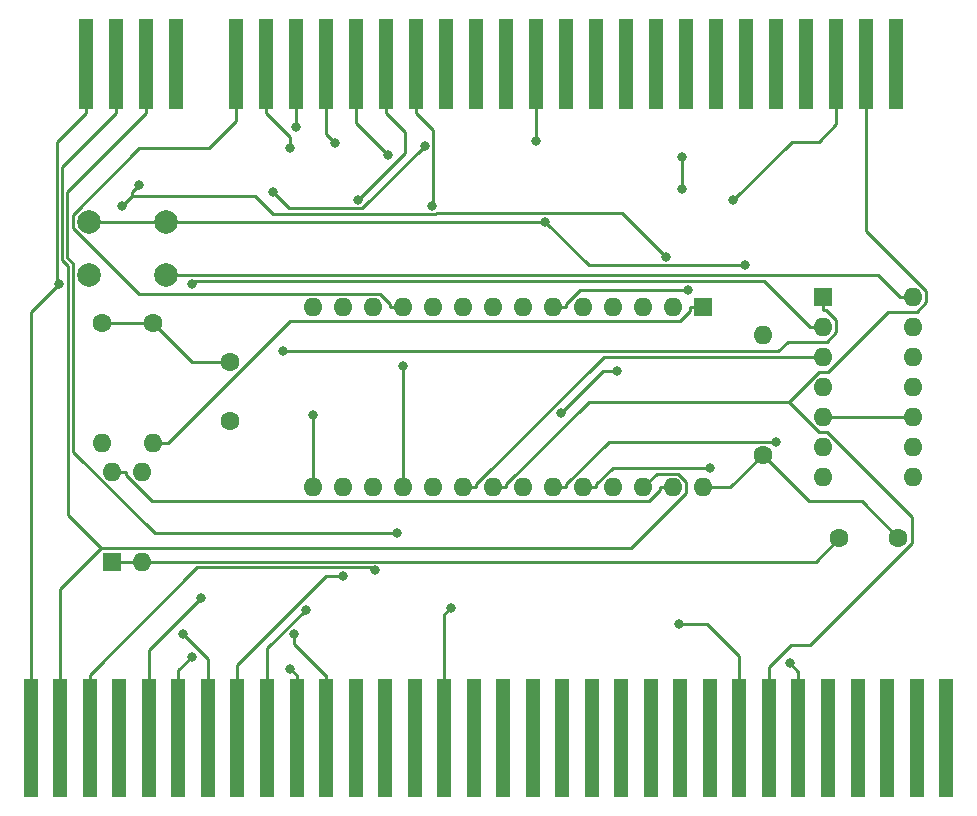
<source format=gbr>
%TF.GenerationSoftware,KiCad,Pcbnew,(6.0.10)*%
%TF.CreationDate,2023-03-31T21:51:54+03:00*%
%TF.ProjectId,zxcart,7a786361-7274-42e6-9b69-6361645f7063,rev?*%
%TF.SameCoordinates,Original*%
%TF.FileFunction,Copper,L1,Top*%
%TF.FilePolarity,Positive*%
%FSLAX46Y46*%
G04 Gerber Fmt 4.6, Leading zero omitted, Abs format (unit mm)*
G04 Created by KiCad (PCBNEW (6.0.10)) date 2023-03-31 21:51:54*
%MOMM*%
%LPD*%
G01*
G04 APERTURE LIST*
%TA.AperFunction,ComponentPad*%
%ADD10R,1.600000X1.600000*%
%TD*%
%TA.AperFunction,ComponentPad*%
%ADD11O,1.600000X1.600000*%
%TD*%
%TA.AperFunction,SMDPad,CuDef*%
%ADD12R,1.270000X10.000000*%
%TD*%
%TA.AperFunction,ComponentPad*%
%ADD13C,1.600000*%
%TD*%
%TA.AperFunction,ComponentPad*%
%ADD14C,2.000000*%
%TD*%
%TA.AperFunction,SMDPad,CuDef*%
%ADD15R,1.270000X7.620000*%
%TD*%
%TA.AperFunction,ViaPad*%
%ADD16C,0.800000*%
%TD*%
%TA.AperFunction,Conductor*%
%ADD17C,0.250000*%
%TD*%
G04 APERTURE END LIST*
D10*
%TO.P,U1,1,1A*%
%TO.N,A14*%
X159400000Y-69675000D03*
D11*
%TO.P,U1,2,1B*%
%TO.N,A15*%
X159400000Y-72215000D03*
%TO.P,U1,3,1Y*%
%TO.N,Net-(U1-Pad3)*%
X159400000Y-74755000D03*
%TO.P,U1,4,2A*%
%TO.N,Net-(R1-Pad2)*%
X159400000Y-77295000D03*
%TO.P,U1,5,2B*%
X159400000Y-79835000D03*
%TO.P,U1,6,2Y*%
%TO.N,unconnected-(U1-Pad6)*%
X159400000Y-82375000D03*
%TO.P,U1,7,GND*%
%TO.N,GND*%
X159400000Y-84915000D03*
%TO.P,U1,8,3Y*%
%TO.N,unconnected-(U1-Pad8)*%
X167020000Y-84915000D03*
%TO.P,U1,9,3A*%
%TO.N,Net-(R1-Pad2)*%
X167020000Y-82375000D03*
%TO.P,U1,10,3B*%
X167020000Y-79835000D03*
%TO.P,U1,11,4Y*%
%TO.N,unconnected-(U1-Pad11)*%
X167020000Y-77295000D03*
%TO.P,U1,12,4A*%
%TO.N,Net-(R1-Pad2)*%
X167020000Y-74755000D03*
%TO.P,U1,13,4B*%
X167020000Y-72215000D03*
%TO.P,U1,14,VCC*%
%TO.N,+5V*%
X167020000Y-69675000D03*
%TD*%
D10*
%TO.P,SW1,1*%
%TO.N,GND*%
X99250000Y-92100000D03*
D11*
%TO.P,SW1,2*%
X101790000Y-92100000D03*
%TO.P,SW1,3*%
%TO.N,Net-(R3-Pad2)*%
X101790000Y-84480000D03*
%TO.P,SW1,4*%
%TO.N,Net-(R2-Pad2)*%
X99250000Y-84480000D03*
%TD*%
D12*
%TO.P,J1,1,A15*%
%TO.N,A15*%
X92335020Y-107000000D03*
%TO.P,J1,2,A13*%
%TO.N,A13*%
X94834990Y-107000000D03*
%TO.P,J1,3,D7*%
%TO.N,D7*%
X97335010Y-107000000D03*
%TO.P,J1,4*%
%TO.N,unconnected-(J1-Pad4)*%
X99834980Y-107000000D03*
%TO.P,J1,5,D0*%
%TO.N,D0*%
X102335000Y-107000000D03*
%TO.P,J1,6,D1*%
%TO.N,D1*%
X104835020Y-107000000D03*
%TO.P,J1,7,D2*%
%TO.N,D2*%
X107334990Y-107000000D03*
%TO.P,J1,8,D6*%
%TO.N,D6*%
X109835010Y-107000000D03*
%TO.P,J1,9,D5*%
%TO.N,D5*%
X112334980Y-107000000D03*
%TO.P,J1,10,D3*%
%TO.N,D3*%
X114835000Y-107000000D03*
%TO.P,J1,11,D4*%
%TO.N,D4*%
X117335020Y-107000000D03*
%TO.P,J1,12,\u041F\u0420*%
%TO.N,unconnected-(J1-Pad12)*%
X119834990Y-107000000D03*
%TO.P,J1,13,\u041D\u041F\u0420*%
%TO.N,unconnected-(J1-Pad13)*%
X122335010Y-107000000D03*
%TO.P,J1,14,\u0421\u0422\u041E\u041F*%
%TO.N,unconnected-(J1-Pad14)*%
X124834980Y-107000000D03*
%TO.P,J1,15,\u041E\u0417\u0423*%
%TO.N,MREQ*%
X127335000Y-107000000D03*
%TO.P,J1,16,\u0412\u0423*%
%TO.N,unconnected-(J1-Pad16)*%
X129835030Y-107000000D03*
%TO.P,J1,17,\u0427\u0422*%
%TO.N,unconnected-(J1-Pad17)*%
X132334990Y-107000000D03*
%TO.P,J1,18,\u0417\u041F*%
%TO.N,unconnected-(J1-Pad18)*%
X134835020Y-107000000D03*
%TO.P,J1,19,BD2*%
%TO.N,unconnected-(J1-Pad19)*%
X137334980Y-107000000D03*
%TO.P,J1,20,\u041E\u0416\u0418\u0414*%
%TO.N,unconnected-(J1-Pad20)*%
X139835010Y-107000000D03*
%TO.P,J1,21*%
%TO.N,unconnected-(J1-Pad21)*%
X142335030Y-107000000D03*
%TO.P,J1,22*%
%TO.N,unconnected-(J1-Pad22)*%
X144835000Y-107000000D03*
%TO.P,J1,23,\u041C1*%
%TO.N,unconnected-(J1-Pad23)*%
X147335020Y-107000000D03*
%TO.P,J1,24,\u0420\u0413\u041D*%
%TO.N,unconnected-(J1-Pad24)*%
X149834990Y-107000000D03*
%TO.P,J1,25,A8*%
%TO.N,A8*%
X152335010Y-107000000D03*
%TO.P,J1,26,A10*%
%TO.N,A10*%
X154835030Y-107000000D03*
%TO.P,J1,27,\u0421\u0411\u0420\u041E\u0421*%
%TO.N,RESET*%
X157335000Y-107000000D03*
%TO.P,J1,28*%
%TO.N,unconnected-(J1-Pad28)*%
X159835020Y-107000000D03*
%TO.P,J1,29*%
%TO.N,unconnected-(J1-Pad29)*%
X162334990Y-107000000D03*
%TO.P,J1,30,BD4*%
%TO.N,unconnected-(J1-Pad30)*%
X164835010Y-107000000D03*
%TO.P,J1,31,BD0*%
%TO.N,unconnected-(J1-Pad31)*%
X167335030Y-107000000D03*
%TO.P,J1,32,BD7*%
%TO.N,unconnected-(J1-Pad32)*%
X169835000Y-107000000D03*
%TD*%
D13*
%TO.P,C1,1*%
%TO.N,+5V*%
X165800000Y-90100000D03*
%TO.P,C1,2*%
%TO.N,GND*%
X160800000Y-90100000D03*
%TD*%
%TO.P,R1,1*%
%TO.N,+5V*%
X154300000Y-83080000D03*
D11*
%TO.P,R1,2*%
%TO.N,Net-(R1-Pad2)*%
X154300000Y-72920000D03*
%TD*%
D14*
%TO.P,SW2,1,1*%
%TO.N,RESET*%
X103750000Y-63350000D03*
X97250000Y-63350000D03*
%TO.P,SW2,2,2*%
%TO.N,+5V*%
X103750000Y-67850000D03*
X97250000Y-67850000D03*
%TD*%
D13*
%TO.P,C2,1*%
%TO.N,+5V*%
X109200000Y-75200000D03*
%TO.P,C2,2*%
%TO.N,GND*%
X109200000Y-80200000D03*
%TD*%
%TO.P,R2,1*%
%TO.N,+5V*%
X98350000Y-71900000D03*
D11*
%TO.P,R2,2*%
%TO.N,Net-(R2-Pad2)*%
X98350000Y-82060000D03*
%TD*%
D13*
%TO.P,R3,1*%
%TO.N,+5V*%
X102650000Y-71900000D03*
D11*
%TO.P,R3,2*%
%TO.N,Net-(R3-Pad2)*%
X102650000Y-82060000D03*
%TD*%
D15*
%TO.P,J2,1,A15*%
%TO.N,A15*%
X97010000Y-50000000D03*
%TO.P,J2,2,A13*%
%TO.N,A13*%
X99550000Y-50000000D03*
%TO.P,J2,3,D7*%
%TO.N,D7*%
X102090000Y-50000000D03*
%TO.P,J2,4,OE*%
%TO.N,unconnected-(J2-Pad4)*%
X104630000Y-50000000D03*
%TO.P,J2,6,D0*%
%TO.N,D0*%
X109710000Y-50000000D03*
%TO.P,J2,7,D1*%
%TO.N,D1*%
X112250000Y-50000000D03*
%TO.P,J2,8,D2*%
%TO.N,D2*%
X114790000Y-50000000D03*
%TO.P,J2,9,D6*%
%TO.N,D6*%
X117330000Y-50000000D03*
%TO.P,J2,10,D5*%
%TO.N,D5*%
X119870000Y-50000000D03*
%TO.P,J2,11,D3*%
%TO.N,D3*%
X122410000Y-50000000D03*
%TO.P,J2,12,D4*%
%TO.N,D4*%
X124950000Y-50000000D03*
%TO.P,J2,13,INT*%
%TO.N,unconnected-(J2-Pad13)*%
X127490000Y-50000000D03*
%TO.P,J2,14,NMI*%
%TO.N,unconnected-(J2-Pad14)*%
X130030000Y-50000000D03*
%TO.P,J2,15,HALT*%
%TO.N,unconnected-(J2-Pad15)*%
X132570000Y-50000000D03*
%TO.P,J2,16,MREQ*%
%TO.N,MREQ*%
X135110000Y-50000000D03*
%TO.P,J2,17,IORQ*%
%TO.N,unconnected-(J2-Pad17)*%
X137650000Y-50000000D03*
%TO.P,J2,18,RD*%
%TO.N,unconnected-(J2-Pad18)*%
X140190000Y-50000000D03*
%TO.P,J2,19,WR*%
%TO.N,unconnected-(J2-Pad19)*%
X142730000Y-50000000D03*
%TO.P,J2,20,-5V*%
%TO.N,unconnected-(J2-Pad20)*%
X145270000Y-50000000D03*
%TO.P,J2,21,WAIT*%
%TO.N,unconnected-(J2-Pad21)*%
X147810000Y-50000000D03*
%TO.P,J2,22,+12V*%
%TO.N,unconnected-(J2-Pad22)*%
X150350000Y-50000000D03*
%TO.P,J2,23,-12V*%
%TO.N,unconnected-(J2-Pad23)*%
X152890000Y-50000000D03*
%TO.P,J2,24,M1*%
%TO.N,unconnected-(J2-Pad24)*%
X155430000Y-50000000D03*
%TO.P,J2,25,RFSH*%
%TO.N,unconnected-(J2-Pad25)*%
X157970000Y-50000000D03*
%TO.P,J2,26,A8*%
%TO.N,A8*%
X160510000Y-50000000D03*
%TO.P,J2,27,A10*%
%TO.N,A10*%
X163050000Y-50000000D03*
%TO.P,J2,28,NC*%
%TO.N,unconnected-(J2-Pad28)*%
X165590000Y-50000000D03*
%TD*%
D10*
%TO.P,U2,1,A15*%
%TO.N,Net-(R3-Pad2)*%
X149250000Y-70575000D03*
D11*
%TO.P,U2,2,A12*%
%TO.N,A12*%
X146710000Y-70575000D03*
%TO.P,U2,3,A7*%
%TO.N,A7*%
X144170000Y-70575000D03*
%TO.P,U2,4,A6*%
%TO.N,A6*%
X141630000Y-70575000D03*
%TO.P,U2,5,A5*%
%TO.N,A5*%
X139090000Y-70575000D03*
%TO.P,U2,6,A4*%
%TO.N,A4*%
X136550000Y-70575000D03*
%TO.P,U2,7,A3*%
%TO.N,A3*%
X134010000Y-70575000D03*
%TO.P,U2,8,A2*%
%TO.N,A2*%
X131470000Y-70575000D03*
%TO.P,U2,9,A1*%
%TO.N,A1*%
X128930000Y-70575000D03*
%TO.P,U2,10,A0*%
%TO.N,A0*%
X126390000Y-70575000D03*
%TO.P,U2,11,D0*%
%TO.N,D0*%
X123850000Y-70575000D03*
%TO.P,U2,12,D1*%
%TO.N,D1*%
X121310000Y-70575000D03*
%TO.P,U2,13,D2*%
%TO.N,D2*%
X118770000Y-70575000D03*
%TO.P,U2,14,GND*%
%TO.N,GND*%
X116230000Y-70575000D03*
%TO.P,U2,15,D3*%
%TO.N,D3*%
X116230000Y-85815000D03*
%TO.P,U2,16,D4*%
%TO.N,D4*%
X118770000Y-85815000D03*
%TO.P,U2,17,D5*%
%TO.N,D5*%
X121310000Y-85815000D03*
%TO.P,U2,18,D6*%
%TO.N,D6*%
X123850000Y-85815000D03*
%TO.P,U2,19,D7*%
%TO.N,D7*%
X126390000Y-85815000D03*
%TO.P,U2,20,~{CE}*%
%TO.N,Net-(U1-Pad3)*%
X128930000Y-85815000D03*
%TO.P,U2,21,A10*%
%TO.N,A10*%
X131470000Y-85815000D03*
%TO.P,U2,22,~{OE}*%
%TO.N,MREQ*%
X134010000Y-85815000D03*
%TO.P,U2,23,A11*%
%TO.N,A11*%
X136550000Y-85815000D03*
%TO.P,U2,24,A9*%
%TO.N,A9*%
X139090000Y-85815000D03*
%TO.P,U2,25,A8*%
%TO.N,A8*%
X141630000Y-85815000D03*
%TO.P,U2,26,A13*%
%TO.N,A13*%
X144170000Y-85815000D03*
%TO.P,U2,27,A14*%
%TO.N,Net-(R2-Pad2)*%
X146710000Y-85815000D03*
%TO.P,U2,28,VCC*%
%TO.N,+5V*%
X149250000Y-85815000D03*
%TD*%
D16*
%TO.N,GND*%
X112837600Y-60835400D03*
X125685900Y-56915100D03*
%TO.N,A15*%
X105995200Y-68600900D03*
X94701500Y-68641300D03*
%TO.N,D7*%
X121476400Y-92826900D03*
X123347300Y-89701700D03*
%TO.N,D0*%
X106725200Y-95179200D03*
%TO.N,D1*%
X105957700Y-100157700D03*
X114248000Y-57048000D03*
%TO.N,D2*%
X105231200Y-98268800D03*
X114800000Y-55300000D03*
%TO.N,D6*%
X123850000Y-75532400D03*
X118076100Y-56676100D03*
X118746800Y-93327400D03*
%TO.N,D5*%
X122612299Y-57687701D03*
X115603300Y-96195400D03*
%TO.N,D3*%
X120028600Y-61481800D03*
X114319800Y-101159700D03*
X116230000Y-79718300D03*
%TO.N,D4*%
X126295300Y-61991000D03*
X114641000Y-98200000D03*
%TO.N,MREQ*%
X127900000Y-96000000D03*
X135100000Y-56500000D03*
%TO.N,A8*%
X151800000Y-61500000D03*
X147255700Y-97383500D03*
%TO.N,A14*%
X113691500Y-74304800D03*
%TO.N,A12*%
X146098600Y-66287600D03*
X100030500Y-62027500D03*
X101500000Y-60200000D03*
%TO.N,RESET*%
X156610500Y-100700000D03*
X152767600Y-67024000D03*
X135885500Y-63350000D03*
%TO.N,A7*%
X137229200Y-79544100D03*
X147511900Y-57823500D03*
X147511900Y-60575700D03*
X141957500Y-76009000D03*
%TO.N,A4*%
X147987300Y-69127700D03*
%TO.N,A9*%
X149867800Y-84208700D03*
%TO.N,A11*%
X155415700Y-81954800D03*
%TD*%
D17*
%TO.N,+5V*%
X167020000Y-69675000D02*
X165895000Y-69675000D01*
X109200000Y-75200000D02*
X105950000Y-75200000D01*
X162672000Y-86972500D02*
X165800000Y-90100000D01*
X149250000Y-85815000D02*
X151565000Y-85815000D01*
X102650000Y-71900000D02*
X98350000Y-71900000D01*
X165895000Y-69675000D02*
X164070000Y-67850000D01*
X164070000Y-67850000D02*
X103750000Y-67850000D01*
X154300000Y-83080000D02*
X158192000Y-86972500D01*
X158192000Y-86972500D02*
X162672000Y-86972500D01*
X151565000Y-85815000D02*
X154300000Y-83080000D01*
X105950000Y-75200000D02*
X102650000Y-71900000D01*
%TO.N,GND*%
X158800000Y-92100000D02*
X160800000Y-90100000D01*
X99250000Y-92100000D02*
X101790000Y-92100000D01*
X114209100Y-62206900D02*
X120394100Y-62206900D01*
X120394100Y-62206900D02*
X125685900Y-56915100D01*
X112837600Y-60835400D02*
X114209100Y-62206900D01*
X101790000Y-92100000D02*
X158800000Y-92100000D01*
%TO.N,A15*%
X94701500Y-68641300D02*
X92335000Y-71007800D01*
X92335000Y-71007800D02*
X92335000Y-107000000D01*
X97010000Y-50000000D02*
X97010000Y-54135100D01*
X106240500Y-68355600D02*
X105995200Y-68600900D01*
X158274900Y-72215000D02*
X154415500Y-68355600D01*
X159400000Y-72215000D02*
X158274900Y-72215000D01*
X154415500Y-68355600D02*
X106240500Y-68355600D01*
X94522900Y-68462700D02*
X94701500Y-68641300D01*
X94522900Y-56622200D02*
X94522900Y-68462700D01*
X97010000Y-54135100D02*
X94522900Y-56622200D01*
%TO.N,A13*%
X145327200Y-84657800D02*
X147147800Y-84657800D01*
X95464700Y-88126700D02*
X95464700Y-67045000D01*
X94983900Y-66564200D02*
X94983900Y-58701200D01*
X143148600Y-90974800D02*
X98312800Y-90974800D01*
X144170000Y-85815000D02*
X145327200Y-84657800D01*
X98312800Y-90974800D02*
X95464700Y-88126700D01*
X94983900Y-58701200D02*
X99550000Y-54135100D01*
X147147800Y-84657800D02*
X147839900Y-85349900D01*
X94835000Y-94452600D02*
X94835000Y-107000000D01*
X147839900Y-85349900D02*
X147839900Y-86283500D01*
X95464700Y-67045000D02*
X94983900Y-66564200D01*
X98312800Y-90974800D02*
X94835000Y-94452600D01*
X99550000Y-50000000D02*
X99550000Y-54135100D01*
X147839900Y-86283500D02*
X143148600Y-90974800D01*
%TO.N,D7*%
X121251800Y-92602300D02*
X106407600Y-92602300D01*
X95914800Y-82788800D02*
X95914800Y-66858400D01*
X95434000Y-60791100D02*
X102090000Y-54135100D01*
X102090000Y-50000000D02*
X102090000Y-54135100D01*
X106407600Y-92602300D02*
X97335000Y-101674900D01*
X95434000Y-66377600D02*
X95434000Y-60791100D01*
X95914800Y-66858400D02*
X95434000Y-66377600D01*
X123347300Y-89701700D02*
X102827700Y-89701700D01*
X102827700Y-89701700D02*
X95914800Y-82788800D01*
X97335000Y-107000000D02*
X97335000Y-101674900D01*
X121476400Y-92826900D02*
X121251800Y-92602300D01*
%TO.N,D0*%
X102335000Y-99569400D02*
X102335000Y-107000000D01*
X122724900Y-70293600D02*
X122724900Y-70575000D01*
X109710000Y-54790000D02*
X107400000Y-57100000D01*
X95884200Y-62731400D02*
X95884200Y-63858300D01*
X95884200Y-63858300D02*
X101475800Y-69449900D01*
X101475800Y-69449900D02*
X121881200Y-69449900D01*
X109710000Y-50000000D02*
X109710000Y-54790000D01*
X122724900Y-70575000D02*
X123850000Y-70575000D01*
X107400000Y-57100000D02*
X101515600Y-57100000D01*
X106725200Y-95179200D02*
X102335000Y-99569400D01*
X121881200Y-69449900D02*
X122724900Y-70293600D01*
X101515600Y-57100000D02*
X95884200Y-62731400D01*
%TO.N,D1*%
X114248000Y-56133100D02*
X112250000Y-54135100D01*
X105957700Y-100157700D02*
X104835000Y-101280400D01*
X112250000Y-54135100D02*
X112250000Y-50000000D01*
X114248000Y-57048000D02*
X114248000Y-56133100D01*
X104835000Y-101280400D02*
X104835000Y-107000000D01*
%TO.N,D2*%
X105231200Y-98268800D02*
X107335000Y-100372600D01*
X114800000Y-55300000D02*
X114790000Y-55290000D01*
X107335000Y-100372600D02*
X107335000Y-107000000D01*
X114790000Y-55290000D02*
X114790000Y-50000000D01*
%TO.N,D6*%
X109835000Y-100856400D02*
X109835000Y-107000000D01*
X123850000Y-85815000D02*
X123850000Y-75532400D01*
X118746800Y-93327400D02*
X117364000Y-93327400D01*
X118076100Y-56676100D02*
X117330000Y-55930000D01*
X117364000Y-93327400D02*
X109835000Y-100856400D01*
X117330000Y-55930000D02*
X117330000Y-50000000D01*
%TO.N,D5*%
X119870000Y-54945402D02*
X119870000Y-50000000D01*
X112335000Y-107000000D02*
X112335000Y-99463700D01*
X112335000Y-99463700D02*
X115603300Y-96195400D01*
X122612299Y-57687701D02*
X119870000Y-54945402D01*
%TO.N,D3*%
X114835000Y-101674900D02*
X114319800Y-101159700D01*
X114835000Y-107000000D02*
X114835000Y-101674900D01*
X122410000Y-54135100D02*
X122410000Y-50000000D01*
X116230000Y-85815000D02*
X116230000Y-79718300D01*
X124000000Y-55725100D02*
X122410000Y-54135100D01*
X120028600Y-61481800D02*
X124000000Y-57510400D01*
X124000000Y-57510400D02*
X124000000Y-55725100D01*
%TO.N,D4*%
X126412500Y-55597600D02*
X124950000Y-54135100D01*
X117265900Y-101674900D02*
X117335000Y-101674900D01*
X126412500Y-61873800D02*
X126412500Y-55597600D01*
X117335000Y-101674900D02*
X117335000Y-107000000D01*
X114641000Y-99050000D02*
X117265900Y-101674900D01*
X124950000Y-50000000D02*
X124950000Y-54135100D01*
X114641000Y-98200000D02*
X114641000Y-99050000D01*
X126295300Y-61991000D02*
X126412500Y-61873800D01*
%TO.N,MREQ*%
X127335000Y-96565000D02*
X127335000Y-107000000D01*
X135100000Y-56500000D02*
X135110000Y-56490000D01*
X127900000Y-96000000D02*
X127335000Y-96565000D01*
X135110000Y-56490000D02*
X135110000Y-50000000D01*
%TO.N,A8*%
X152335000Y-100135000D02*
X152335000Y-107000000D01*
X159051700Y-56548300D02*
X160510000Y-55090000D01*
X156751700Y-56548300D02*
X159051700Y-56548300D01*
X160510000Y-55090000D02*
X160510000Y-50000000D01*
X149583500Y-97383500D02*
X152335000Y-100135000D01*
X147255700Y-97383500D02*
X149583500Y-97383500D01*
X151800000Y-61500000D02*
X156751700Y-56548300D01*
%TO.N,A10*%
X159072000Y-76025000D02*
X156525600Y-78571400D01*
X159723300Y-81105000D02*
X166930500Y-88312200D01*
X159817800Y-76025000D02*
X159072000Y-76025000D01*
X154835000Y-101065000D02*
X154835000Y-107000000D01*
X168152600Y-69196800D02*
X168152600Y-70134100D01*
X132595100Y-85577700D02*
X139601400Y-78571400D01*
X163050000Y-50000000D02*
X163050000Y-64094200D01*
X131470000Y-85815000D02*
X132595100Y-85815000D01*
X167341700Y-70945000D02*
X164897800Y-70945000D01*
X166930500Y-90562400D02*
X158292900Y-99200000D01*
X168152600Y-70134100D02*
X167341700Y-70945000D01*
X156700000Y-99200000D02*
X154835000Y-101065000D01*
X156525600Y-78571400D02*
X159059200Y-81105000D01*
X164897800Y-70945000D02*
X159817800Y-76025000D01*
X163050000Y-64094200D02*
X168152600Y-69196800D01*
X132595100Y-85815000D02*
X132595100Y-85577700D01*
X139601400Y-78571400D02*
X156525600Y-78571400D01*
X166930500Y-88312200D02*
X166930500Y-90562400D01*
X158292900Y-99200000D02*
X156700000Y-99200000D01*
X159059200Y-81105000D02*
X159723300Y-81105000D01*
%TO.N,A14*%
X156456400Y-73485000D02*
X159741600Y-73485000D01*
X159681400Y-70800100D02*
X159400000Y-70800100D01*
X159400000Y-69675000D02*
X159400000Y-70800100D01*
X155636600Y-74304800D02*
X156456400Y-73485000D01*
X160525100Y-72701500D02*
X160525100Y-71643800D01*
X160525100Y-71643800D02*
X159681400Y-70800100D01*
X159741600Y-73485000D02*
X160525100Y-72701500D01*
X113691500Y-74304800D02*
X155636600Y-74304800D01*
%TO.N,A12*%
X101500000Y-60200000D02*
X100867100Y-60832900D01*
X142430000Y-62619000D02*
X146098600Y-66287600D01*
X126692800Y-62619000D02*
X142430000Y-62619000D01*
X112803700Y-62716100D02*
X126595700Y-62716100D01*
X100867100Y-60832900D02*
X100867100Y-61190900D01*
X100867100Y-61190900D02*
X111278500Y-61190900D01*
X100867100Y-61190900D02*
X100030500Y-62027500D01*
X126595700Y-62716100D02*
X126692800Y-62619000D01*
X111278500Y-61190900D02*
X112803700Y-62716100D01*
%TO.N,RESET*%
X156610500Y-100700000D02*
X157335000Y-101424500D01*
X157335000Y-101424500D02*
X157335000Y-107000000D01*
X139559500Y-67024000D02*
X152767600Y-67024000D01*
X103750000Y-63350000D02*
X135885500Y-63350000D01*
X97250000Y-63350000D02*
X103750000Y-63350000D01*
X135885500Y-63350000D02*
X139559500Y-67024000D01*
%TO.N,A7*%
X140764300Y-76009000D02*
X137229200Y-79544100D01*
X147511900Y-60575700D02*
X147511900Y-57823500D01*
X141957500Y-76009000D02*
X140764300Y-76009000D01*
%TO.N,A4*%
X136550000Y-70575000D02*
X137675100Y-70575000D01*
X137675100Y-70293700D02*
X138841100Y-69127700D01*
X137675100Y-70575000D02*
X137675100Y-70293700D01*
X138841100Y-69127700D02*
X147987300Y-69127700D01*
%TO.N,A9*%
X140215100Y-85533700D02*
X141601400Y-84147400D01*
X139090000Y-85815000D02*
X140215100Y-85815000D01*
X149806500Y-84147400D02*
X149867800Y-84208700D01*
X140215100Y-85815000D02*
X140215100Y-85533700D01*
X141601400Y-84147400D02*
X149806500Y-84147400D01*
%TO.N,A11*%
X137675100Y-85533700D02*
X141254000Y-81954800D01*
X136550000Y-85815000D02*
X137675100Y-85815000D01*
X141254000Y-81954800D02*
X155415700Y-81954800D01*
X137675100Y-85815000D02*
X137675100Y-85533700D01*
%TO.N,Net-(R1-Pad2)*%
X167020000Y-79835000D02*
X159400000Y-79835000D01*
%TO.N,Net-(R2-Pad2)*%
X100375000Y-84480000D02*
X99250000Y-84480000D01*
X102577000Y-86963200D02*
X100375000Y-84761300D01*
X146710000Y-85815000D02*
X145585000Y-85815000D01*
X145585000Y-86048100D02*
X144670000Y-86963200D01*
X145585000Y-85815000D02*
X145585000Y-86048100D01*
X100375000Y-84761300D02*
X100375000Y-84480000D01*
X144670000Y-86963200D02*
X102577000Y-86963200D01*
%TO.N,Net-(R3-Pad2)*%
X114304000Y-71700100D02*
X103944000Y-82060000D01*
X148125000Y-70856400D02*
X147281000Y-71700100D01*
X103944000Y-82060000D02*
X102650000Y-82060000D01*
X149250000Y-70575000D02*
X148125000Y-70575000D01*
X148125000Y-70575000D02*
X148125000Y-70856400D01*
X147281000Y-71700100D02*
X114304000Y-71700100D01*
%TO.N,Net-(U1-Pad3)*%
X140834000Y-74755000D02*
X159400000Y-74755000D01*
X130055000Y-85533700D02*
X140834000Y-74755000D01*
X128930000Y-85815000D02*
X130055000Y-85815000D01*
X130055000Y-85815000D02*
X130055000Y-85533700D01*
%TD*%
M02*

</source>
